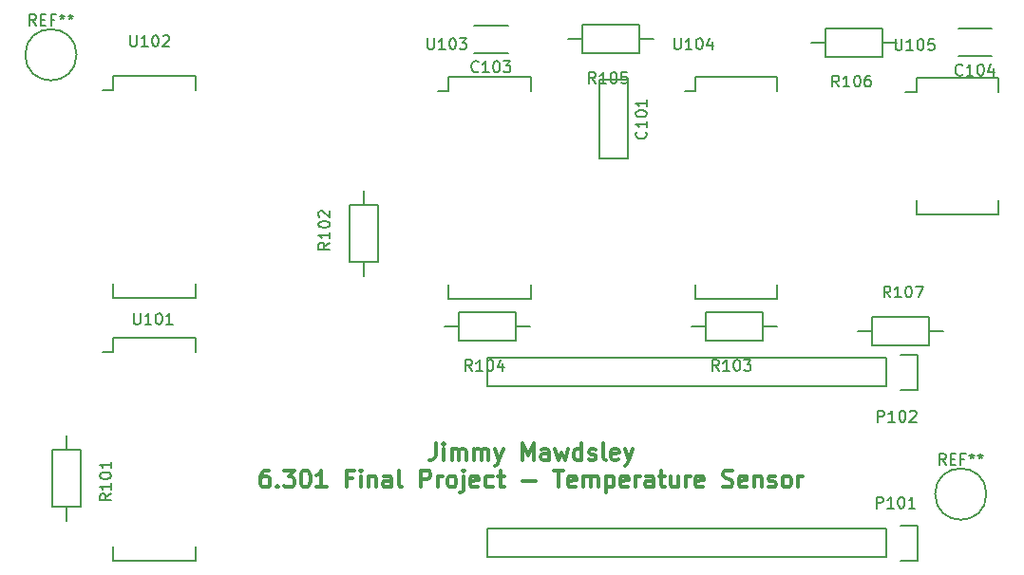
<source format=gto>
G04 #@! TF.FileFunction,Legend,Top*
%FSLAX46Y46*%
G04 Gerber Fmt 4.6, Leading zero omitted, Abs format (unit mm)*
G04 Created by KiCad (PCBNEW 4.0.1-stable) date Saturday, December 10, 2016 'PMt' 11:33:21 PM*
%MOMM*%
G01*
G04 APERTURE LIST*
%ADD10C,0.100000*%
%ADD11C,0.300000*%
%ADD12C,0.150000*%
G04 APERTURE END LIST*
D10*
D11*
X80400000Y-112778571D02*
X80400000Y-113850000D01*
X80328572Y-114064286D01*
X80185715Y-114207143D01*
X79971429Y-114278571D01*
X79828572Y-114278571D01*
X81114286Y-114278571D02*
X81114286Y-113278571D01*
X81114286Y-112778571D02*
X81042857Y-112850000D01*
X81114286Y-112921429D01*
X81185714Y-112850000D01*
X81114286Y-112778571D01*
X81114286Y-112921429D01*
X81828572Y-114278571D02*
X81828572Y-113278571D01*
X81828572Y-113421429D02*
X81900000Y-113350000D01*
X82042858Y-113278571D01*
X82257143Y-113278571D01*
X82400000Y-113350000D01*
X82471429Y-113492857D01*
X82471429Y-114278571D01*
X82471429Y-113492857D02*
X82542858Y-113350000D01*
X82685715Y-113278571D01*
X82900000Y-113278571D01*
X83042858Y-113350000D01*
X83114286Y-113492857D01*
X83114286Y-114278571D01*
X83828572Y-114278571D02*
X83828572Y-113278571D01*
X83828572Y-113421429D02*
X83900000Y-113350000D01*
X84042858Y-113278571D01*
X84257143Y-113278571D01*
X84400000Y-113350000D01*
X84471429Y-113492857D01*
X84471429Y-114278571D01*
X84471429Y-113492857D02*
X84542858Y-113350000D01*
X84685715Y-113278571D01*
X84900000Y-113278571D01*
X85042858Y-113350000D01*
X85114286Y-113492857D01*
X85114286Y-114278571D01*
X85685715Y-113278571D02*
X86042858Y-114278571D01*
X86400000Y-113278571D02*
X86042858Y-114278571D01*
X85900000Y-114635714D01*
X85828572Y-114707143D01*
X85685715Y-114778571D01*
X88114286Y-114278571D02*
X88114286Y-112778571D01*
X88614286Y-113850000D01*
X89114286Y-112778571D01*
X89114286Y-114278571D01*
X90471429Y-114278571D02*
X90471429Y-113492857D01*
X90400000Y-113350000D01*
X90257143Y-113278571D01*
X89971429Y-113278571D01*
X89828572Y-113350000D01*
X90471429Y-114207143D02*
X90328572Y-114278571D01*
X89971429Y-114278571D01*
X89828572Y-114207143D01*
X89757143Y-114064286D01*
X89757143Y-113921429D01*
X89828572Y-113778571D01*
X89971429Y-113707143D01*
X90328572Y-113707143D01*
X90471429Y-113635714D01*
X91042858Y-113278571D02*
X91328572Y-114278571D01*
X91614286Y-113564286D01*
X91900001Y-114278571D01*
X92185715Y-113278571D01*
X93400001Y-114278571D02*
X93400001Y-112778571D01*
X93400001Y-114207143D02*
X93257144Y-114278571D01*
X92971430Y-114278571D01*
X92828572Y-114207143D01*
X92757144Y-114135714D01*
X92685715Y-113992857D01*
X92685715Y-113564286D01*
X92757144Y-113421429D01*
X92828572Y-113350000D01*
X92971430Y-113278571D01*
X93257144Y-113278571D01*
X93400001Y-113350000D01*
X94042858Y-114207143D02*
X94185715Y-114278571D01*
X94471430Y-114278571D01*
X94614287Y-114207143D01*
X94685715Y-114064286D01*
X94685715Y-113992857D01*
X94614287Y-113850000D01*
X94471430Y-113778571D01*
X94257144Y-113778571D01*
X94114287Y-113707143D01*
X94042858Y-113564286D01*
X94042858Y-113492857D01*
X94114287Y-113350000D01*
X94257144Y-113278571D01*
X94471430Y-113278571D01*
X94614287Y-113350000D01*
X95542859Y-114278571D02*
X95400001Y-114207143D01*
X95328573Y-114064286D01*
X95328573Y-112778571D01*
X96685715Y-114207143D02*
X96542858Y-114278571D01*
X96257144Y-114278571D01*
X96114287Y-114207143D01*
X96042858Y-114064286D01*
X96042858Y-113492857D01*
X96114287Y-113350000D01*
X96257144Y-113278571D01*
X96542858Y-113278571D01*
X96685715Y-113350000D01*
X96757144Y-113492857D01*
X96757144Y-113635714D01*
X96042858Y-113778571D01*
X97257144Y-113278571D02*
X97614287Y-114278571D01*
X97971429Y-113278571D02*
X97614287Y-114278571D01*
X97471429Y-114635714D01*
X97400001Y-114707143D01*
X97257144Y-114778571D01*
X65507145Y-115178571D02*
X65221431Y-115178571D01*
X65078574Y-115250000D01*
X65007145Y-115321429D01*
X64864288Y-115535714D01*
X64792859Y-115821429D01*
X64792859Y-116392857D01*
X64864288Y-116535714D01*
X64935716Y-116607143D01*
X65078574Y-116678571D01*
X65364288Y-116678571D01*
X65507145Y-116607143D01*
X65578574Y-116535714D01*
X65650002Y-116392857D01*
X65650002Y-116035714D01*
X65578574Y-115892857D01*
X65507145Y-115821429D01*
X65364288Y-115750000D01*
X65078574Y-115750000D01*
X64935716Y-115821429D01*
X64864288Y-115892857D01*
X64792859Y-116035714D01*
X66292859Y-116535714D02*
X66364287Y-116607143D01*
X66292859Y-116678571D01*
X66221430Y-116607143D01*
X66292859Y-116535714D01*
X66292859Y-116678571D01*
X66864288Y-115178571D02*
X67792859Y-115178571D01*
X67292859Y-115750000D01*
X67507145Y-115750000D01*
X67650002Y-115821429D01*
X67721431Y-115892857D01*
X67792859Y-116035714D01*
X67792859Y-116392857D01*
X67721431Y-116535714D01*
X67650002Y-116607143D01*
X67507145Y-116678571D01*
X67078573Y-116678571D01*
X66935716Y-116607143D01*
X66864288Y-116535714D01*
X68721430Y-115178571D02*
X68864287Y-115178571D01*
X69007144Y-115250000D01*
X69078573Y-115321429D01*
X69150002Y-115464286D01*
X69221430Y-115750000D01*
X69221430Y-116107143D01*
X69150002Y-116392857D01*
X69078573Y-116535714D01*
X69007144Y-116607143D01*
X68864287Y-116678571D01*
X68721430Y-116678571D01*
X68578573Y-116607143D01*
X68507144Y-116535714D01*
X68435716Y-116392857D01*
X68364287Y-116107143D01*
X68364287Y-115750000D01*
X68435716Y-115464286D01*
X68507144Y-115321429D01*
X68578573Y-115250000D01*
X68721430Y-115178571D01*
X70650001Y-116678571D02*
X69792858Y-116678571D01*
X70221430Y-116678571D02*
X70221430Y-115178571D01*
X70078573Y-115392857D01*
X69935715Y-115535714D01*
X69792858Y-115607143D01*
X72935715Y-115892857D02*
X72435715Y-115892857D01*
X72435715Y-116678571D02*
X72435715Y-115178571D01*
X73150001Y-115178571D01*
X73721429Y-116678571D02*
X73721429Y-115678571D01*
X73721429Y-115178571D02*
X73650000Y-115250000D01*
X73721429Y-115321429D01*
X73792857Y-115250000D01*
X73721429Y-115178571D01*
X73721429Y-115321429D01*
X74435715Y-115678571D02*
X74435715Y-116678571D01*
X74435715Y-115821429D02*
X74507143Y-115750000D01*
X74650001Y-115678571D01*
X74864286Y-115678571D01*
X75007143Y-115750000D01*
X75078572Y-115892857D01*
X75078572Y-116678571D01*
X76435715Y-116678571D02*
X76435715Y-115892857D01*
X76364286Y-115750000D01*
X76221429Y-115678571D01*
X75935715Y-115678571D01*
X75792858Y-115750000D01*
X76435715Y-116607143D02*
X76292858Y-116678571D01*
X75935715Y-116678571D01*
X75792858Y-116607143D01*
X75721429Y-116464286D01*
X75721429Y-116321429D01*
X75792858Y-116178571D01*
X75935715Y-116107143D01*
X76292858Y-116107143D01*
X76435715Y-116035714D01*
X77364287Y-116678571D02*
X77221429Y-116607143D01*
X77150001Y-116464286D01*
X77150001Y-115178571D01*
X79078572Y-116678571D02*
X79078572Y-115178571D01*
X79650000Y-115178571D01*
X79792858Y-115250000D01*
X79864286Y-115321429D01*
X79935715Y-115464286D01*
X79935715Y-115678571D01*
X79864286Y-115821429D01*
X79792858Y-115892857D01*
X79650000Y-115964286D01*
X79078572Y-115964286D01*
X80578572Y-116678571D02*
X80578572Y-115678571D01*
X80578572Y-115964286D02*
X80650000Y-115821429D01*
X80721429Y-115750000D01*
X80864286Y-115678571D01*
X81007143Y-115678571D01*
X81721429Y-116678571D02*
X81578571Y-116607143D01*
X81507143Y-116535714D01*
X81435714Y-116392857D01*
X81435714Y-115964286D01*
X81507143Y-115821429D01*
X81578571Y-115750000D01*
X81721429Y-115678571D01*
X81935714Y-115678571D01*
X82078571Y-115750000D01*
X82150000Y-115821429D01*
X82221429Y-115964286D01*
X82221429Y-116392857D01*
X82150000Y-116535714D01*
X82078571Y-116607143D01*
X81935714Y-116678571D01*
X81721429Y-116678571D01*
X82864286Y-115678571D02*
X82864286Y-116964286D01*
X82792857Y-117107143D01*
X82650000Y-117178571D01*
X82578572Y-117178571D01*
X82864286Y-115178571D02*
X82792857Y-115250000D01*
X82864286Y-115321429D01*
X82935714Y-115250000D01*
X82864286Y-115178571D01*
X82864286Y-115321429D01*
X84150000Y-116607143D02*
X84007143Y-116678571D01*
X83721429Y-116678571D01*
X83578572Y-116607143D01*
X83507143Y-116464286D01*
X83507143Y-115892857D01*
X83578572Y-115750000D01*
X83721429Y-115678571D01*
X84007143Y-115678571D01*
X84150000Y-115750000D01*
X84221429Y-115892857D01*
X84221429Y-116035714D01*
X83507143Y-116178571D01*
X85507143Y-116607143D02*
X85364286Y-116678571D01*
X85078572Y-116678571D01*
X84935714Y-116607143D01*
X84864286Y-116535714D01*
X84792857Y-116392857D01*
X84792857Y-115964286D01*
X84864286Y-115821429D01*
X84935714Y-115750000D01*
X85078572Y-115678571D01*
X85364286Y-115678571D01*
X85507143Y-115750000D01*
X85935714Y-115678571D02*
X86507143Y-115678571D01*
X86150000Y-115178571D02*
X86150000Y-116464286D01*
X86221428Y-116607143D01*
X86364286Y-116678571D01*
X86507143Y-116678571D01*
X88150000Y-116107143D02*
X89292857Y-116107143D01*
X90935714Y-115178571D02*
X91792857Y-115178571D01*
X91364286Y-116678571D02*
X91364286Y-115178571D01*
X92864285Y-116607143D02*
X92721428Y-116678571D01*
X92435714Y-116678571D01*
X92292857Y-116607143D01*
X92221428Y-116464286D01*
X92221428Y-115892857D01*
X92292857Y-115750000D01*
X92435714Y-115678571D01*
X92721428Y-115678571D01*
X92864285Y-115750000D01*
X92935714Y-115892857D01*
X92935714Y-116035714D01*
X92221428Y-116178571D01*
X93578571Y-116678571D02*
X93578571Y-115678571D01*
X93578571Y-115821429D02*
X93649999Y-115750000D01*
X93792857Y-115678571D01*
X94007142Y-115678571D01*
X94149999Y-115750000D01*
X94221428Y-115892857D01*
X94221428Y-116678571D01*
X94221428Y-115892857D02*
X94292857Y-115750000D01*
X94435714Y-115678571D01*
X94649999Y-115678571D01*
X94792857Y-115750000D01*
X94864285Y-115892857D01*
X94864285Y-116678571D01*
X95578571Y-115678571D02*
X95578571Y-117178571D01*
X95578571Y-115750000D02*
X95721428Y-115678571D01*
X96007142Y-115678571D01*
X96149999Y-115750000D01*
X96221428Y-115821429D01*
X96292857Y-115964286D01*
X96292857Y-116392857D01*
X96221428Y-116535714D01*
X96149999Y-116607143D01*
X96007142Y-116678571D01*
X95721428Y-116678571D01*
X95578571Y-116607143D01*
X97507142Y-116607143D02*
X97364285Y-116678571D01*
X97078571Y-116678571D01*
X96935714Y-116607143D01*
X96864285Y-116464286D01*
X96864285Y-115892857D01*
X96935714Y-115750000D01*
X97078571Y-115678571D01*
X97364285Y-115678571D01*
X97507142Y-115750000D01*
X97578571Y-115892857D01*
X97578571Y-116035714D01*
X96864285Y-116178571D01*
X98221428Y-116678571D02*
X98221428Y-115678571D01*
X98221428Y-115964286D02*
X98292856Y-115821429D01*
X98364285Y-115750000D01*
X98507142Y-115678571D01*
X98649999Y-115678571D01*
X99792856Y-116678571D02*
X99792856Y-115892857D01*
X99721427Y-115750000D01*
X99578570Y-115678571D01*
X99292856Y-115678571D01*
X99149999Y-115750000D01*
X99792856Y-116607143D02*
X99649999Y-116678571D01*
X99292856Y-116678571D01*
X99149999Y-116607143D01*
X99078570Y-116464286D01*
X99078570Y-116321429D01*
X99149999Y-116178571D01*
X99292856Y-116107143D01*
X99649999Y-116107143D01*
X99792856Y-116035714D01*
X100292856Y-115678571D02*
X100864285Y-115678571D01*
X100507142Y-115178571D02*
X100507142Y-116464286D01*
X100578570Y-116607143D01*
X100721428Y-116678571D01*
X100864285Y-116678571D01*
X102007142Y-115678571D02*
X102007142Y-116678571D01*
X101364285Y-115678571D02*
X101364285Y-116464286D01*
X101435713Y-116607143D01*
X101578571Y-116678571D01*
X101792856Y-116678571D01*
X101935713Y-116607143D01*
X102007142Y-116535714D01*
X102721428Y-116678571D02*
X102721428Y-115678571D01*
X102721428Y-115964286D02*
X102792856Y-115821429D01*
X102864285Y-115750000D01*
X103007142Y-115678571D01*
X103149999Y-115678571D01*
X104221427Y-116607143D02*
X104078570Y-116678571D01*
X103792856Y-116678571D01*
X103649999Y-116607143D01*
X103578570Y-116464286D01*
X103578570Y-115892857D01*
X103649999Y-115750000D01*
X103792856Y-115678571D01*
X104078570Y-115678571D01*
X104221427Y-115750000D01*
X104292856Y-115892857D01*
X104292856Y-116035714D01*
X103578570Y-116178571D01*
X106007141Y-116607143D02*
X106221427Y-116678571D01*
X106578570Y-116678571D01*
X106721427Y-116607143D01*
X106792856Y-116535714D01*
X106864284Y-116392857D01*
X106864284Y-116250000D01*
X106792856Y-116107143D01*
X106721427Y-116035714D01*
X106578570Y-115964286D01*
X106292856Y-115892857D01*
X106149998Y-115821429D01*
X106078570Y-115750000D01*
X106007141Y-115607143D01*
X106007141Y-115464286D01*
X106078570Y-115321429D01*
X106149998Y-115250000D01*
X106292856Y-115178571D01*
X106649998Y-115178571D01*
X106864284Y-115250000D01*
X108078569Y-116607143D02*
X107935712Y-116678571D01*
X107649998Y-116678571D01*
X107507141Y-116607143D01*
X107435712Y-116464286D01*
X107435712Y-115892857D01*
X107507141Y-115750000D01*
X107649998Y-115678571D01*
X107935712Y-115678571D01*
X108078569Y-115750000D01*
X108149998Y-115892857D01*
X108149998Y-116035714D01*
X107435712Y-116178571D01*
X108792855Y-115678571D02*
X108792855Y-116678571D01*
X108792855Y-115821429D02*
X108864283Y-115750000D01*
X109007141Y-115678571D01*
X109221426Y-115678571D01*
X109364283Y-115750000D01*
X109435712Y-115892857D01*
X109435712Y-116678571D01*
X110078569Y-116607143D02*
X110221426Y-116678571D01*
X110507141Y-116678571D01*
X110649998Y-116607143D01*
X110721426Y-116464286D01*
X110721426Y-116392857D01*
X110649998Y-116250000D01*
X110507141Y-116178571D01*
X110292855Y-116178571D01*
X110149998Y-116107143D01*
X110078569Y-115964286D01*
X110078569Y-115892857D01*
X110149998Y-115750000D01*
X110292855Y-115678571D01*
X110507141Y-115678571D01*
X110649998Y-115750000D01*
X111578570Y-116678571D02*
X111435712Y-116607143D01*
X111364284Y-116535714D01*
X111292855Y-116392857D01*
X111292855Y-115964286D01*
X111364284Y-115821429D01*
X111435712Y-115750000D01*
X111578570Y-115678571D01*
X111792855Y-115678571D01*
X111935712Y-115750000D01*
X112007141Y-115821429D01*
X112078570Y-115964286D01*
X112078570Y-116392857D01*
X112007141Y-116535714D01*
X111935712Y-116607143D01*
X111792855Y-116678571D01*
X111578570Y-116678571D01*
X112721427Y-116678571D02*
X112721427Y-115678571D01*
X112721427Y-115964286D02*
X112792855Y-115821429D01*
X112864284Y-115750000D01*
X113007141Y-115678571D01*
X113149998Y-115678571D01*
D12*
X97516000Y-80360000D02*
X97516000Y-87360000D01*
X97516000Y-87360000D02*
X95016000Y-87360000D01*
X95016000Y-87360000D02*
X95016000Y-80360000D01*
X95016000Y-80360000D02*
X97516000Y-80360000D01*
X86824000Y-77958000D02*
X83824000Y-77958000D01*
X83824000Y-75458000D02*
X86824000Y-75458000D01*
X129964000Y-78250000D02*
X126964000Y-78250000D01*
X126964000Y-75750000D02*
X129964000Y-75750000D01*
X120550000Y-122944000D02*
X84990000Y-122944000D01*
X84990000Y-122944000D02*
X84990000Y-120404000D01*
X84990000Y-120404000D02*
X120550000Y-120404000D01*
X123370000Y-120124000D02*
X121820000Y-120124000D01*
X120550000Y-120404000D02*
X120550000Y-122944000D01*
X121820000Y-123224000D02*
X123370000Y-123224000D01*
X123370000Y-123224000D02*
X123370000Y-120124000D01*
X120550000Y-107704000D02*
X84990000Y-107704000D01*
X84990000Y-107704000D02*
X84990000Y-105164000D01*
X84990000Y-105164000D02*
X120550000Y-105164000D01*
X123370000Y-104884000D02*
X121820000Y-104884000D01*
X120550000Y-105164000D02*
X120550000Y-107704000D01*
X121820000Y-107984000D02*
X123370000Y-107984000D01*
X123370000Y-107984000D02*
X123370000Y-104884000D01*
X48768000Y-113364000D02*
X48768000Y-118444000D01*
X48768000Y-118444000D02*
X46228000Y-118444000D01*
X46228000Y-118444000D02*
X46228000Y-113364000D01*
X46228000Y-113364000D02*
X48768000Y-113364000D01*
X47498000Y-113364000D02*
X47498000Y-112094000D01*
X47498000Y-118444000D02*
X47498000Y-119714000D01*
X72730000Y-96540000D02*
X72730000Y-91460000D01*
X72730000Y-91460000D02*
X75270000Y-91460000D01*
X75270000Y-91460000D02*
X75270000Y-96540000D01*
X75270000Y-96540000D02*
X72730000Y-96540000D01*
X74000000Y-96540000D02*
X74000000Y-97810000D01*
X74000000Y-91460000D02*
X74000000Y-90190000D01*
X109540000Y-103632000D02*
X104460000Y-103632000D01*
X104460000Y-103632000D02*
X104460000Y-101092000D01*
X104460000Y-101092000D02*
X109540000Y-101092000D01*
X109540000Y-101092000D02*
X109540000Y-103632000D01*
X109540000Y-102362000D02*
X110810000Y-102362000D01*
X104460000Y-102362000D02*
X103190000Y-102362000D01*
X87540000Y-103632000D02*
X82460000Y-103632000D01*
X82460000Y-103632000D02*
X82460000Y-101092000D01*
X82460000Y-101092000D02*
X87540000Y-101092000D01*
X87540000Y-101092000D02*
X87540000Y-103632000D01*
X87540000Y-102362000D02*
X88810000Y-102362000D01*
X82460000Y-102362000D02*
X81190000Y-102362000D01*
X98552000Y-77978000D02*
X93472000Y-77978000D01*
X93472000Y-77978000D02*
X93472000Y-75438000D01*
X93472000Y-75438000D02*
X98552000Y-75438000D01*
X98552000Y-75438000D02*
X98552000Y-77978000D01*
X98552000Y-76708000D02*
X99822000Y-76708000D01*
X93472000Y-76708000D02*
X92202000Y-76708000D01*
X120254000Y-78270000D02*
X115174000Y-78270000D01*
X115174000Y-78270000D02*
X115174000Y-75730000D01*
X115174000Y-75730000D02*
X120254000Y-75730000D01*
X120254000Y-75730000D02*
X120254000Y-78270000D01*
X120254000Y-77000000D02*
X121524000Y-77000000D01*
X115174000Y-77000000D02*
X113904000Y-77000000D01*
X51635000Y-103389000D02*
X51635000Y-104659000D01*
X58985000Y-103389000D02*
X58985000Y-104659000D01*
X58985000Y-123219000D02*
X58985000Y-121949000D01*
X51635000Y-123219000D02*
X51635000Y-121949000D01*
X51635000Y-103389000D02*
X58985000Y-103389000D01*
X51635000Y-123219000D02*
X58985000Y-123219000D01*
X51635000Y-104659000D02*
X50700000Y-104659000D01*
X51615000Y-80005000D02*
X51615000Y-81275000D01*
X58965000Y-80005000D02*
X58965000Y-81275000D01*
X58965000Y-99835000D02*
X58965000Y-98565000D01*
X51615000Y-99835000D02*
X51615000Y-98565000D01*
X51615000Y-80005000D02*
X58965000Y-80005000D01*
X51615000Y-99835000D02*
X58965000Y-99835000D01*
X51615000Y-81275000D02*
X50680000Y-81275000D01*
X81515000Y-80085000D02*
X81515000Y-81355000D01*
X88865000Y-80085000D02*
X88865000Y-81355000D01*
X88865000Y-99915000D02*
X88865000Y-98645000D01*
X81515000Y-99915000D02*
X81515000Y-98645000D01*
X81515000Y-80085000D02*
X88865000Y-80085000D01*
X81515000Y-99915000D02*
X88865000Y-99915000D01*
X81515000Y-81355000D02*
X80580000Y-81355000D01*
X103515000Y-80085000D02*
X103515000Y-81355000D01*
X110865000Y-80085000D02*
X110865000Y-81355000D01*
X110865000Y-99915000D02*
X110865000Y-98645000D01*
X103515000Y-99915000D02*
X103515000Y-98645000D01*
X103515000Y-80085000D02*
X110865000Y-80085000D01*
X103515000Y-99915000D02*
X110865000Y-99915000D01*
X103515000Y-81355000D02*
X102580000Y-81355000D01*
X123229000Y-80165000D02*
X123229000Y-81435000D01*
X130579000Y-80165000D02*
X130579000Y-81435000D01*
X130579000Y-92375000D02*
X130579000Y-91105000D01*
X123229000Y-92375000D02*
X123229000Y-91105000D01*
X123229000Y-80165000D02*
X130579000Y-80165000D01*
X123229000Y-92375000D02*
X130579000Y-92375000D01*
X123229000Y-81435000D02*
X122294000Y-81435000D01*
X48386000Y-78100000D02*
G75*
G03X48386000Y-78100000I-2286000J0D01*
G01*
X129486000Y-117300000D02*
G75*
G03X129486000Y-117300000I-2286000J0D01*
G01*
X119260000Y-101530000D02*
X124340000Y-101530000D01*
X124340000Y-101530000D02*
X124340000Y-104070000D01*
X124340000Y-104070000D02*
X119260000Y-104070000D01*
X119260000Y-104070000D02*
X119260000Y-101530000D01*
X119260000Y-102800000D02*
X117990000Y-102800000D01*
X124340000Y-102800000D02*
X125610000Y-102800000D01*
X99123143Y-84979047D02*
X99170762Y-85026666D01*
X99218381Y-85169523D01*
X99218381Y-85264761D01*
X99170762Y-85407619D01*
X99075524Y-85502857D01*
X98980286Y-85550476D01*
X98789810Y-85598095D01*
X98646952Y-85598095D01*
X98456476Y-85550476D01*
X98361238Y-85502857D01*
X98266000Y-85407619D01*
X98218381Y-85264761D01*
X98218381Y-85169523D01*
X98266000Y-85026666D01*
X98313619Y-84979047D01*
X99218381Y-84026666D02*
X99218381Y-84598095D01*
X99218381Y-84312381D02*
X98218381Y-84312381D01*
X98361238Y-84407619D01*
X98456476Y-84502857D01*
X98504095Y-84598095D01*
X98218381Y-83407619D02*
X98218381Y-83312380D01*
X98266000Y-83217142D01*
X98313619Y-83169523D01*
X98408857Y-83121904D01*
X98599333Y-83074285D01*
X98837429Y-83074285D01*
X99027905Y-83121904D01*
X99123143Y-83169523D01*
X99170762Y-83217142D01*
X99218381Y-83312380D01*
X99218381Y-83407619D01*
X99170762Y-83502857D01*
X99123143Y-83550476D01*
X99027905Y-83598095D01*
X98837429Y-83645714D01*
X98599333Y-83645714D01*
X98408857Y-83598095D01*
X98313619Y-83550476D01*
X98266000Y-83502857D01*
X98218381Y-83407619D01*
X99218381Y-82121904D02*
X99218381Y-82693333D01*
X99218381Y-82407619D02*
X98218381Y-82407619D01*
X98361238Y-82502857D01*
X98456476Y-82598095D01*
X98504095Y-82693333D01*
X84204953Y-79565143D02*
X84157334Y-79612762D01*
X84014477Y-79660381D01*
X83919239Y-79660381D01*
X83776381Y-79612762D01*
X83681143Y-79517524D01*
X83633524Y-79422286D01*
X83585905Y-79231810D01*
X83585905Y-79088952D01*
X83633524Y-78898476D01*
X83681143Y-78803238D01*
X83776381Y-78708000D01*
X83919239Y-78660381D01*
X84014477Y-78660381D01*
X84157334Y-78708000D01*
X84204953Y-78755619D01*
X85157334Y-79660381D02*
X84585905Y-79660381D01*
X84871619Y-79660381D02*
X84871619Y-78660381D01*
X84776381Y-78803238D01*
X84681143Y-78898476D01*
X84585905Y-78946095D01*
X85776381Y-78660381D02*
X85871620Y-78660381D01*
X85966858Y-78708000D01*
X86014477Y-78755619D01*
X86062096Y-78850857D01*
X86109715Y-79041333D01*
X86109715Y-79279429D01*
X86062096Y-79469905D01*
X86014477Y-79565143D01*
X85966858Y-79612762D01*
X85871620Y-79660381D01*
X85776381Y-79660381D01*
X85681143Y-79612762D01*
X85633524Y-79565143D01*
X85585905Y-79469905D01*
X85538286Y-79279429D01*
X85538286Y-79041333D01*
X85585905Y-78850857D01*
X85633524Y-78755619D01*
X85681143Y-78708000D01*
X85776381Y-78660381D01*
X86443048Y-78660381D02*
X87062096Y-78660381D01*
X86728762Y-79041333D01*
X86871620Y-79041333D01*
X86966858Y-79088952D01*
X87014477Y-79136571D01*
X87062096Y-79231810D01*
X87062096Y-79469905D01*
X87014477Y-79565143D01*
X86966858Y-79612762D01*
X86871620Y-79660381D01*
X86585905Y-79660381D01*
X86490667Y-79612762D01*
X86443048Y-79565143D01*
X127344953Y-79857143D02*
X127297334Y-79904762D01*
X127154477Y-79952381D01*
X127059239Y-79952381D01*
X126916381Y-79904762D01*
X126821143Y-79809524D01*
X126773524Y-79714286D01*
X126725905Y-79523810D01*
X126725905Y-79380952D01*
X126773524Y-79190476D01*
X126821143Y-79095238D01*
X126916381Y-79000000D01*
X127059239Y-78952381D01*
X127154477Y-78952381D01*
X127297334Y-79000000D01*
X127344953Y-79047619D01*
X128297334Y-79952381D02*
X127725905Y-79952381D01*
X128011619Y-79952381D02*
X128011619Y-78952381D01*
X127916381Y-79095238D01*
X127821143Y-79190476D01*
X127725905Y-79238095D01*
X128916381Y-78952381D02*
X129011620Y-78952381D01*
X129106858Y-79000000D01*
X129154477Y-79047619D01*
X129202096Y-79142857D01*
X129249715Y-79333333D01*
X129249715Y-79571429D01*
X129202096Y-79761905D01*
X129154477Y-79857143D01*
X129106858Y-79904762D01*
X129011620Y-79952381D01*
X128916381Y-79952381D01*
X128821143Y-79904762D01*
X128773524Y-79857143D01*
X128725905Y-79761905D01*
X128678286Y-79571429D01*
X128678286Y-79333333D01*
X128725905Y-79142857D01*
X128773524Y-79047619D01*
X128821143Y-79000000D01*
X128916381Y-78952381D01*
X130106858Y-79285714D02*
X130106858Y-79952381D01*
X129868762Y-78904762D02*
X129630667Y-79619048D01*
X130249715Y-79619048D01*
X119709524Y-118552381D02*
X119709524Y-117552381D01*
X120090477Y-117552381D01*
X120185715Y-117600000D01*
X120233334Y-117647619D01*
X120280953Y-117742857D01*
X120280953Y-117885714D01*
X120233334Y-117980952D01*
X120185715Y-118028571D01*
X120090477Y-118076190D01*
X119709524Y-118076190D01*
X121233334Y-118552381D02*
X120661905Y-118552381D01*
X120947619Y-118552381D02*
X120947619Y-117552381D01*
X120852381Y-117695238D01*
X120757143Y-117790476D01*
X120661905Y-117838095D01*
X121852381Y-117552381D02*
X121947620Y-117552381D01*
X122042858Y-117600000D01*
X122090477Y-117647619D01*
X122138096Y-117742857D01*
X122185715Y-117933333D01*
X122185715Y-118171429D01*
X122138096Y-118361905D01*
X122090477Y-118457143D01*
X122042858Y-118504762D01*
X121947620Y-118552381D01*
X121852381Y-118552381D01*
X121757143Y-118504762D01*
X121709524Y-118457143D01*
X121661905Y-118361905D01*
X121614286Y-118171429D01*
X121614286Y-117933333D01*
X121661905Y-117742857D01*
X121709524Y-117647619D01*
X121757143Y-117600000D01*
X121852381Y-117552381D01*
X123138096Y-118552381D02*
X122566667Y-118552381D01*
X122852381Y-118552381D02*
X122852381Y-117552381D01*
X122757143Y-117695238D01*
X122661905Y-117790476D01*
X122566667Y-117838095D01*
X119809524Y-110852381D02*
X119809524Y-109852381D01*
X120190477Y-109852381D01*
X120285715Y-109900000D01*
X120333334Y-109947619D01*
X120380953Y-110042857D01*
X120380953Y-110185714D01*
X120333334Y-110280952D01*
X120285715Y-110328571D01*
X120190477Y-110376190D01*
X119809524Y-110376190D01*
X121333334Y-110852381D02*
X120761905Y-110852381D01*
X121047619Y-110852381D02*
X121047619Y-109852381D01*
X120952381Y-109995238D01*
X120857143Y-110090476D01*
X120761905Y-110138095D01*
X121952381Y-109852381D02*
X122047620Y-109852381D01*
X122142858Y-109900000D01*
X122190477Y-109947619D01*
X122238096Y-110042857D01*
X122285715Y-110233333D01*
X122285715Y-110471429D01*
X122238096Y-110661905D01*
X122190477Y-110757143D01*
X122142858Y-110804762D01*
X122047620Y-110852381D01*
X121952381Y-110852381D01*
X121857143Y-110804762D01*
X121809524Y-110757143D01*
X121761905Y-110661905D01*
X121714286Y-110471429D01*
X121714286Y-110233333D01*
X121761905Y-110042857D01*
X121809524Y-109947619D01*
X121857143Y-109900000D01*
X121952381Y-109852381D01*
X122666667Y-109947619D02*
X122714286Y-109900000D01*
X122809524Y-109852381D01*
X123047620Y-109852381D01*
X123142858Y-109900000D01*
X123190477Y-109947619D01*
X123238096Y-110042857D01*
X123238096Y-110138095D01*
X123190477Y-110280952D01*
X122619048Y-110852381D01*
X123238096Y-110852381D01*
X51450501Y-117271967D02*
X50974310Y-117605301D01*
X51450501Y-117843396D02*
X50450501Y-117843396D01*
X50450501Y-117462443D01*
X50498120Y-117367205D01*
X50545739Y-117319586D01*
X50640977Y-117271967D01*
X50783834Y-117271967D01*
X50879072Y-117319586D01*
X50926691Y-117367205D01*
X50974310Y-117462443D01*
X50974310Y-117843396D01*
X51450501Y-116319586D02*
X51450501Y-116891015D01*
X51450501Y-116605301D02*
X50450501Y-116605301D01*
X50593358Y-116700539D01*
X50688596Y-116795777D01*
X50736215Y-116891015D01*
X50450501Y-115700539D02*
X50450501Y-115605300D01*
X50498120Y-115510062D01*
X50545739Y-115462443D01*
X50640977Y-115414824D01*
X50831453Y-115367205D01*
X51069549Y-115367205D01*
X51260025Y-115414824D01*
X51355263Y-115462443D01*
X51402882Y-115510062D01*
X51450501Y-115605300D01*
X51450501Y-115700539D01*
X51402882Y-115795777D01*
X51355263Y-115843396D01*
X51260025Y-115891015D01*
X51069549Y-115938634D01*
X50831453Y-115938634D01*
X50640977Y-115891015D01*
X50545739Y-115843396D01*
X50498120Y-115795777D01*
X50450501Y-115700539D01*
X51450501Y-114414824D02*
X51450501Y-114986253D01*
X51450501Y-114700539D02*
X50450501Y-114700539D01*
X50593358Y-114795777D01*
X50688596Y-114891015D01*
X50736215Y-114986253D01*
X70952261Y-94870127D02*
X70476070Y-95203461D01*
X70952261Y-95441556D02*
X69952261Y-95441556D01*
X69952261Y-95060603D01*
X69999880Y-94965365D01*
X70047499Y-94917746D01*
X70142737Y-94870127D01*
X70285594Y-94870127D01*
X70380832Y-94917746D01*
X70428451Y-94965365D01*
X70476070Y-95060603D01*
X70476070Y-95441556D01*
X70952261Y-93917746D02*
X70952261Y-94489175D01*
X70952261Y-94203461D02*
X69952261Y-94203461D01*
X70095118Y-94298699D01*
X70190356Y-94393937D01*
X70237975Y-94489175D01*
X69952261Y-93298699D02*
X69952261Y-93203460D01*
X69999880Y-93108222D01*
X70047499Y-93060603D01*
X70142737Y-93012984D01*
X70333213Y-92965365D01*
X70571309Y-92965365D01*
X70761785Y-93012984D01*
X70857023Y-93060603D01*
X70904642Y-93108222D01*
X70952261Y-93203460D01*
X70952261Y-93298699D01*
X70904642Y-93393937D01*
X70857023Y-93441556D01*
X70761785Y-93489175D01*
X70571309Y-93536794D01*
X70333213Y-93536794D01*
X70142737Y-93489175D01*
X70047499Y-93441556D01*
X69999880Y-93393937D01*
X69952261Y-93298699D01*
X70047499Y-92584413D02*
X69999880Y-92536794D01*
X69952261Y-92441556D01*
X69952261Y-92203460D01*
X69999880Y-92108222D01*
X70047499Y-92060603D01*
X70142737Y-92012984D01*
X70237975Y-92012984D01*
X70380832Y-92060603D01*
X70952261Y-92632032D01*
X70952261Y-92012984D01*
X105632033Y-106314501D02*
X105298699Y-105838310D01*
X105060604Y-106314501D02*
X105060604Y-105314501D01*
X105441557Y-105314501D01*
X105536795Y-105362120D01*
X105584414Y-105409739D01*
X105632033Y-105504977D01*
X105632033Y-105647834D01*
X105584414Y-105743072D01*
X105536795Y-105790691D01*
X105441557Y-105838310D01*
X105060604Y-105838310D01*
X106584414Y-106314501D02*
X106012985Y-106314501D01*
X106298699Y-106314501D02*
X106298699Y-105314501D01*
X106203461Y-105457358D01*
X106108223Y-105552596D01*
X106012985Y-105600215D01*
X107203461Y-105314501D02*
X107298700Y-105314501D01*
X107393938Y-105362120D01*
X107441557Y-105409739D01*
X107489176Y-105504977D01*
X107536795Y-105695453D01*
X107536795Y-105933549D01*
X107489176Y-106124025D01*
X107441557Y-106219263D01*
X107393938Y-106266882D01*
X107298700Y-106314501D01*
X107203461Y-106314501D01*
X107108223Y-106266882D01*
X107060604Y-106219263D01*
X107012985Y-106124025D01*
X106965366Y-105933549D01*
X106965366Y-105695453D01*
X107012985Y-105504977D01*
X107060604Y-105409739D01*
X107108223Y-105362120D01*
X107203461Y-105314501D01*
X107870128Y-105314501D02*
X108489176Y-105314501D01*
X108155842Y-105695453D01*
X108298700Y-105695453D01*
X108393938Y-105743072D01*
X108441557Y-105790691D01*
X108489176Y-105885930D01*
X108489176Y-106124025D01*
X108441557Y-106219263D01*
X108393938Y-106266882D01*
X108298700Y-106314501D01*
X108012985Y-106314501D01*
X107917747Y-106266882D01*
X107870128Y-106219263D01*
X83632033Y-106314501D02*
X83298699Y-105838310D01*
X83060604Y-106314501D02*
X83060604Y-105314501D01*
X83441557Y-105314501D01*
X83536795Y-105362120D01*
X83584414Y-105409739D01*
X83632033Y-105504977D01*
X83632033Y-105647834D01*
X83584414Y-105743072D01*
X83536795Y-105790691D01*
X83441557Y-105838310D01*
X83060604Y-105838310D01*
X84584414Y-106314501D02*
X84012985Y-106314501D01*
X84298699Y-106314501D02*
X84298699Y-105314501D01*
X84203461Y-105457358D01*
X84108223Y-105552596D01*
X84012985Y-105600215D01*
X85203461Y-105314501D02*
X85298700Y-105314501D01*
X85393938Y-105362120D01*
X85441557Y-105409739D01*
X85489176Y-105504977D01*
X85536795Y-105695453D01*
X85536795Y-105933549D01*
X85489176Y-106124025D01*
X85441557Y-106219263D01*
X85393938Y-106266882D01*
X85298700Y-106314501D01*
X85203461Y-106314501D01*
X85108223Y-106266882D01*
X85060604Y-106219263D01*
X85012985Y-106124025D01*
X84965366Y-105933549D01*
X84965366Y-105695453D01*
X85012985Y-105504977D01*
X85060604Y-105409739D01*
X85108223Y-105362120D01*
X85203461Y-105314501D01*
X86393938Y-105647834D02*
X86393938Y-106314501D01*
X86155842Y-105266882D02*
X85917747Y-105981168D01*
X86536795Y-105981168D01*
X94644033Y-80660501D02*
X94310699Y-80184310D01*
X94072604Y-80660501D02*
X94072604Y-79660501D01*
X94453557Y-79660501D01*
X94548795Y-79708120D01*
X94596414Y-79755739D01*
X94644033Y-79850977D01*
X94644033Y-79993834D01*
X94596414Y-80089072D01*
X94548795Y-80136691D01*
X94453557Y-80184310D01*
X94072604Y-80184310D01*
X95596414Y-80660501D02*
X95024985Y-80660501D01*
X95310699Y-80660501D02*
X95310699Y-79660501D01*
X95215461Y-79803358D01*
X95120223Y-79898596D01*
X95024985Y-79946215D01*
X96215461Y-79660501D02*
X96310700Y-79660501D01*
X96405938Y-79708120D01*
X96453557Y-79755739D01*
X96501176Y-79850977D01*
X96548795Y-80041453D01*
X96548795Y-80279549D01*
X96501176Y-80470025D01*
X96453557Y-80565263D01*
X96405938Y-80612882D01*
X96310700Y-80660501D01*
X96215461Y-80660501D01*
X96120223Y-80612882D01*
X96072604Y-80565263D01*
X96024985Y-80470025D01*
X95977366Y-80279549D01*
X95977366Y-80041453D01*
X96024985Y-79850977D01*
X96072604Y-79755739D01*
X96120223Y-79708120D01*
X96215461Y-79660501D01*
X97453557Y-79660501D02*
X96977366Y-79660501D01*
X96929747Y-80136691D01*
X96977366Y-80089072D01*
X97072604Y-80041453D01*
X97310700Y-80041453D01*
X97405938Y-80089072D01*
X97453557Y-80136691D01*
X97501176Y-80231930D01*
X97501176Y-80470025D01*
X97453557Y-80565263D01*
X97405938Y-80612882D01*
X97310700Y-80660501D01*
X97072604Y-80660501D01*
X96977366Y-80612882D01*
X96929747Y-80565263D01*
X116346033Y-80952501D02*
X116012699Y-80476310D01*
X115774604Y-80952501D02*
X115774604Y-79952501D01*
X116155557Y-79952501D01*
X116250795Y-80000120D01*
X116298414Y-80047739D01*
X116346033Y-80142977D01*
X116346033Y-80285834D01*
X116298414Y-80381072D01*
X116250795Y-80428691D01*
X116155557Y-80476310D01*
X115774604Y-80476310D01*
X117298414Y-80952501D02*
X116726985Y-80952501D01*
X117012699Y-80952501D02*
X117012699Y-79952501D01*
X116917461Y-80095358D01*
X116822223Y-80190596D01*
X116726985Y-80238215D01*
X117917461Y-79952501D02*
X118012700Y-79952501D01*
X118107938Y-80000120D01*
X118155557Y-80047739D01*
X118203176Y-80142977D01*
X118250795Y-80333453D01*
X118250795Y-80571549D01*
X118203176Y-80762025D01*
X118155557Y-80857263D01*
X118107938Y-80904882D01*
X118012700Y-80952501D01*
X117917461Y-80952501D01*
X117822223Y-80904882D01*
X117774604Y-80857263D01*
X117726985Y-80762025D01*
X117679366Y-80571549D01*
X117679366Y-80333453D01*
X117726985Y-80142977D01*
X117774604Y-80047739D01*
X117822223Y-80000120D01*
X117917461Y-79952501D01*
X119107938Y-79952501D02*
X118917461Y-79952501D01*
X118822223Y-80000120D01*
X118774604Y-80047739D01*
X118679366Y-80190596D01*
X118631747Y-80381072D01*
X118631747Y-80762025D01*
X118679366Y-80857263D01*
X118726985Y-80904882D01*
X118822223Y-80952501D01*
X119012700Y-80952501D01*
X119107938Y-80904882D01*
X119155557Y-80857263D01*
X119203176Y-80762025D01*
X119203176Y-80523930D01*
X119155557Y-80428691D01*
X119107938Y-80381072D01*
X119012700Y-80333453D01*
X118822223Y-80333453D01*
X118726985Y-80381072D01*
X118679366Y-80428691D01*
X118631747Y-80523930D01*
X53485714Y-101152381D02*
X53485714Y-101961905D01*
X53533333Y-102057143D01*
X53580952Y-102104762D01*
X53676190Y-102152381D01*
X53866667Y-102152381D01*
X53961905Y-102104762D01*
X54009524Y-102057143D01*
X54057143Y-101961905D01*
X54057143Y-101152381D01*
X55057143Y-102152381D02*
X54485714Y-102152381D01*
X54771428Y-102152381D02*
X54771428Y-101152381D01*
X54676190Y-101295238D01*
X54580952Y-101390476D01*
X54485714Y-101438095D01*
X55676190Y-101152381D02*
X55771429Y-101152381D01*
X55866667Y-101200000D01*
X55914286Y-101247619D01*
X55961905Y-101342857D01*
X56009524Y-101533333D01*
X56009524Y-101771429D01*
X55961905Y-101961905D01*
X55914286Y-102057143D01*
X55866667Y-102104762D01*
X55771429Y-102152381D01*
X55676190Y-102152381D01*
X55580952Y-102104762D01*
X55533333Y-102057143D01*
X55485714Y-101961905D01*
X55438095Y-101771429D01*
X55438095Y-101533333D01*
X55485714Y-101342857D01*
X55533333Y-101247619D01*
X55580952Y-101200000D01*
X55676190Y-101152381D01*
X56961905Y-102152381D02*
X56390476Y-102152381D01*
X56676190Y-102152381D02*
X56676190Y-101152381D01*
X56580952Y-101295238D01*
X56485714Y-101390476D01*
X56390476Y-101438095D01*
X53185714Y-76352381D02*
X53185714Y-77161905D01*
X53233333Y-77257143D01*
X53280952Y-77304762D01*
X53376190Y-77352381D01*
X53566667Y-77352381D01*
X53661905Y-77304762D01*
X53709524Y-77257143D01*
X53757143Y-77161905D01*
X53757143Y-76352381D01*
X54757143Y-77352381D02*
X54185714Y-77352381D01*
X54471428Y-77352381D02*
X54471428Y-76352381D01*
X54376190Y-76495238D01*
X54280952Y-76590476D01*
X54185714Y-76638095D01*
X55376190Y-76352381D02*
X55471429Y-76352381D01*
X55566667Y-76400000D01*
X55614286Y-76447619D01*
X55661905Y-76542857D01*
X55709524Y-76733333D01*
X55709524Y-76971429D01*
X55661905Y-77161905D01*
X55614286Y-77257143D01*
X55566667Y-77304762D01*
X55471429Y-77352381D01*
X55376190Y-77352381D01*
X55280952Y-77304762D01*
X55233333Y-77257143D01*
X55185714Y-77161905D01*
X55138095Y-76971429D01*
X55138095Y-76733333D01*
X55185714Y-76542857D01*
X55233333Y-76447619D01*
X55280952Y-76400000D01*
X55376190Y-76352381D01*
X56090476Y-76447619D02*
X56138095Y-76400000D01*
X56233333Y-76352381D01*
X56471429Y-76352381D01*
X56566667Y-76400000D01*
X56614286Y-76447619D01*
X56661905Y-76542857D01*
X56661905Y-76638095D01*
X56614286Y-76780952D01*
X56042857Y-77352381D01*
X56661905Y-77352381D01*
X79665714Y-76612381D02*
X79665714Y-77421905D01*
X79713333Y-77517143D01*
X79760952Y-77564762D01*
X79856190Y-77612381D01*
X80046667Y-77612381D01*
X80141905Y-77564762D01*
X80189524Y-77517143D01*
X80237143Y-77421905D01*
X80237143Y-76612381D01*
X81237143Y-77612381D02*
X80665714Y-77612381D01*
X80951428Y-77612381D02*
X80951428Y-76612381D01*
X80856190Y-76755238D01*
X80760952Y-76850476D01*
X80665714Y-76898095D01*
X81856190Y-76612381D02*
X81951429Y-76612381D01*
X82046667Y-76660000D01*
X82094286Y-76707619D01*
X82141905Y-76802857D01*
X82189524Y-76993333D01*
X82189524Y-77231429D01*
X82141905Y-77421905D01*
X82094286Y-77517143D01*
X82046667Y-77564762D01*
X81951429Y-77612381D01*
X81856190Y-77612381D01*
X81760952Y-77564762D01*
X81713333Y-77517143D01*
X81665714Y-77421905D01*
X81618095Y-77231429D01*
X81618095Y-76993333D01*
X81665714Y-76802857D01*
X81713333Y-76707619D01*
X81760952Y-76660000D01*
X81856190Y-76612381D01*
X82522857Y-76612381D02*
X83141905Y-76612381D01*
X82808571Y-76993333D01*
X82951429Y-76993333D01*
X83046667Y-77040952D01*
X83094286Y-77088571D01*
X83141905Y-77183810D01*
X83141905Y-77421905D01*
X83094286Y-77517143D01*
X83046667Y-77564762D01*
X82951429Y-77612381D01*
X82665714Y-77612381D01*
X82570476Y-77564762D01*
X82522857Y-77517143D01*
X101665714Y-76612381D02*
X101665714Y-77421905D01*
X101713333Y-77517143D01*
X101760952Y-77564762D01*
X101856190Y-77612381D01*
X102046667Y-77612381D01*
X102141905Y-77564762D01*
X102189524Y-77517143D01*
X102237143Y-77421905D01*
X102237143Y-76612381D01*
X103237143Y-77612381D02*
X102665714Y-77612381D01*
X102951428Y-77612381D02*
X102951428Y-76612381D01*
X102856190Y-76755238D01*
X102760952Y-76850476D01*
X102665714Y-76898095D01*
X103856190Y-76612381D02*
X103951429Y-76612381D01*
X104046667Y-76660000D01*
X104094286Y-76707619D01*
X104141905Y-76802857D01*
X104189524Y-76993333D01*
X104189524Y-77231429D01*
X104141905Y-77421905D01*
X104094286Y-77517143D01*
X104046667Y-77564762D01*
X103951429Y-77612381D01*
X103856190Y-77612381D01*
X103760952Y-77564762D01*
X103713333Y-77517143D01*
X103665714Y-77421905D01*
X103618095Y-77231429D01*
X103618095Y-76993333D01*
X103665714Y-76802857D01*
X103713333Y-76707619D01*
X103760952Y-76660000D01*
X103856190Y-76612381D01*
X105046667Y-76945714D02*
X105046667Y-77612381D01*
X104808571Y-76564762D02*
X104570476Y-77279048D01*
X105189524Y-77279048D01*
X121379714Y-76692381D02*
X121379714Y-77501905D01*
X121427333Y-77597143D01*
X121474952Y-77644762D01*
X121570190Y-77692381D01*
X121760667Y-77692381D01*
X121855905Y-77644762D01*
X121903524Y-77597143D01*
X121951143Y-77501905D01*
X121951143Y-76692381D01*
X122951143Y-77692381D02*
X122379714Y-77692381D01*
X122665428Y-77692381D02*
X122665428Y-76692381D01*
X122570190Y-76835238D01*
X122474952Y-76930476D01*
X122379714Y-76978095D01*
X123570190Y-76692381D02*
X123665429Y-76692381D01*
X123760667Y-76740000D01*
X123808286Y-76787619D01*
X123855905Y-76882857D01*
X123903524Y-77073333D01*
X123903524Y-77311429D01*
X123855905Y-77501905D01*
X123808286Y-77597143D01*
X123760667Y-77644762D01*
X123665429Y-77692381D01*
X123570190Y-77692381D01*
X123474952Y-77644762D01*
X123427333Y-77597143D01*
X123379714Y-77501905D01*
X123332095Y-77311429D01*
X123332095Y-77073333D01*
X123379714Y-76882857D01*
X123427333Y-76787619D01*
X123474952Y-76740000D01*
X123570190Y-76692381D01*
X124808286Y-76692381D02*
X124332095Y-76692381D01*
X124284476Y-77168571D01*
X124332095Y-77120952D01*
X124427333Y-77073333D01*
X124665429Y-77073333D01*
X124760667Y-77120952D01*
X124808286Y-77168571D01*
X124855905Y-77263810D01*
X124855905Y-77501905D01*
X124808286Y-77597143D01*
X124760667Y-77644762D01*
X124665429Y-77692381D01*
X124427333Y-77692381D01*
X124332095Y-77644762D01*
X124284476Y-77597143D01*
X44766667Y-75504381D02*
X44433333Y-75028190D01*
X44195238Y-75504381D02*
X44195238Y-74504381D01*
X44576191Y-74504381D01*
X44671429Y-74552000D01*
X44719048Y-74599619D01*
X44766667Y-74694857D01*
X44766667Y-74837714D01*
X44719048Y-74932952D01*
X44671429Y-74980571D01*
X44576191Y-75028190D01*
X44195238Y-75028190D01*
X45195238Y-74980571D02*
X45528572Y-74980571D01*
X45671429Y-75504381D02*
X45195238Y-75504381D01*
X45195238Y-74504381D01*
X45671429Y-74504381D01*
X46433334Y-74980571D02*
X46100000Y-74980571D01*
X46100000Y-75504381D02*
X46100000Y-74504381D01*
X46576191Y-74504381D01*
X47100000Y-74504381D02*
X47100000Y-74742476D01*
X46861905Y-74647238D02*
X47100000Y-74742476D01*
X47338096Y-74647238D01*
X46957143Y-74932952D02*
X47100000Y-74742476D01*
X47242858Y-74932952D01*
X47861905Y-74504381D02*
X47861905Y-74742476D01*
X47623810Y-74647238D02*
X47861905Y-74742476D01*
X48100001Y-74647238D01*
X47719048Y-74932952D02*
X47861905Y-74742476D01*
X48004763Y-74932952D01*
X125866667Y-114704381D02*
X125533333Y-114228190D01*
X125295238Y-114704381D02*
X125295238Y-113704381D01*
X125676191Y-113704381D01*
X125771429Y-113752000D01*
X125819048Y-113799619D01*
X125866667Y-113894857D01*
X125866667Y-114037714D01*
X125819048Y-114132952D01*
X125771429Y-114180571D01*
X125676191Y-114228190D01*
X125295238Y-114228190D01*
X126295238Y-114180571D02*
X126628572Y-114180571D01*
X126771429Y-114704381D02*
X126295238Y-114704381D01*
X126295238Y-113704381D01*
X126771429Y-113704381D01*
X127533334Y-114180571D02*
X127200000Y-114180571D01*
X127200000Y-114704381D02*
X127200000Y-113704381D01*
X127676191Y-113704381D01*
X128200000Y-113704381D02*
X128200000Y-113942476D01*
X127961905Y-113847238D02*
X128200000Y-113942476D01*
X128438096Y-113847238D01*
X128057143Y-114132952D02*
X128200000Y-113942476D01*
X128342858Y-114132952D01*
X128961905Y-113704381D02*
X128961905Y-113942476D01*
X128723810Y-113847238D02*
X128961905Y-113942476D01*
X129200001Y-113847238D01*
X128819048Y-114132952D02*
X128961905Y-113942476D01*
X129104763Y-114132952D01*
X120929873Y-99752261D02*
X120596539Y-99276070D01*
X120358444Y-99752261D02*
X120358444Y-98752261D01*
X120739397Y-98752261D01*
X120834635Y-98799880D01*
X120882254Y-98847499D01*
X120929873Y-98942737D01*
X120929873Y-99085594D01*
X120882254Y-99180832D01*
X120834635Y-99228451D01*
X120739397Y-99276070D01*
X120358444Y-99276070D01*
X121882254Y-99752261D02*
X121310825Y-99752261D01*
X121596539Y-99752261D02*
X121596539Y-98752261D01*
X121501301Y-98895118D01*
X121406063Y-98990356D01*
X121310825Y-99037975D01*
X122501301Y-98752261D02*
X122596540Y-98752261D01*
X122691778Y-98799880D01*
X122739397Y-98847499D01*
X122787016Y-98942737D01*
X122834635Y-99133213D01*
X122834635Y-99371309D01*
X122787016Y-99561785D01*
X122739397Y-99657023D01*
X122691778Y-99704642D01*
X122596540Y-99752261D01*
X122501301Y-99752261D01*
X122406063Y-99704642D01*
X122358444Y-99657023D01*
X122310825Y-99561785D01*
X122263206Y-99371309D01*
X122263206Y-99133213D01*
X122310825Y-98942737D01*
X122358444Y-98847499D01*
X122406063Y-98799880D01*
X122501301Y-98752261D01*
X123167968Y-98752261D02*
X123834635Y-98752261D01*
X123406063Y-99752261D01*
M02*

</source>
